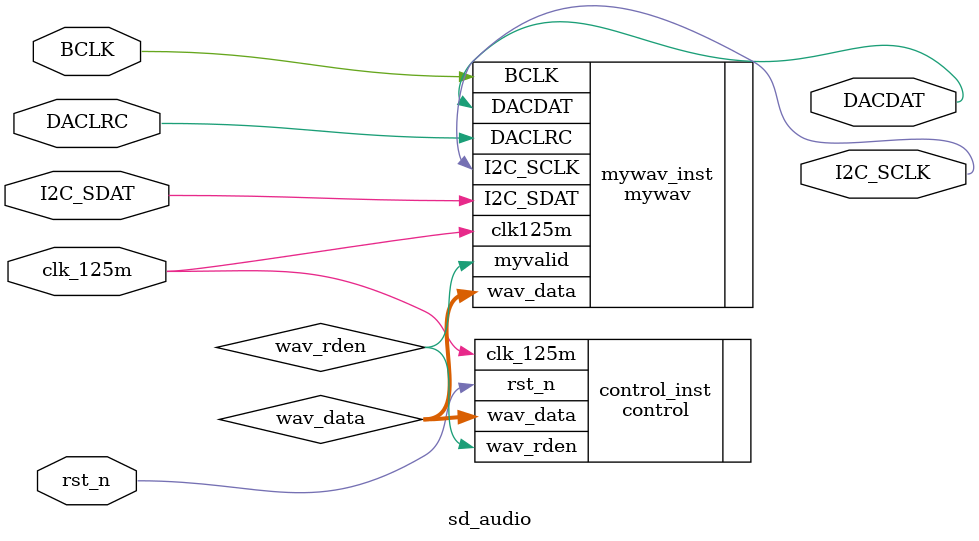
<source format=v>
`timescale 1ns / 1ps
module sd_audio(
					input  clk_125m,           //50Mhz clock input
					input rst_n,
					//output SD_clk,
					
					//input wav_rden,
					input DACLRC,
					input BCLK, //BCLK posedge -> new DACDAT, else constant DACDAT
					output DACDAT, // input for I2S DAC
					
					output I2C_SCLK, // to control I2C DAC
					inout I2C_SDAT // serial data
				   
					
    );

wire [15:0] wav_data;
wire wav_rden;

wire [31:0]read_sec; // nicht braucht?
//wire read_SD;

wire [7:0]mydata_o;
wire myvalid_o;

wire [7:0]rx_o;
wire init_o;
wire read_o;
//reg [15:0] myram[43:0];
reg [12:0] ram_raddr;

//initial $readmemh ("/home/user/Dokumente/ax7015/i2s_sinussignal_1/i2s_sinussignal_1.srcs/sources_1/imports/rtl/sin1kHz1ms.hex", myram);
//initial $readmemh ("sin1kHz1ms.hex", myram);
/*integer i;
initial begin
  for (i=0;i<=43;i=i+1)
    myram[i] = i+3;
end

always @(posedge clk_125m)
begin
	if(!rst_n) begin
		ram_raddr<=0;
	end
	else if(wav_rden) 
    	if (ram_raddr>43)
	      ram_raddr<=0;
	    else
	      ram_raddr<=ram_raddr+1;
end

//如果rden有效，16bit数据输出
always @(posedge clk_125m)
begin
	if(wav_rden)
	   wav_data<=myram[ram_raddr];	
	else 
	   wav_data<=wav_data;		
	
end		
*/
//����wm8731�Ĳ���
mywav	mywav_inst(
	.clk125m(clk_125m),
	
	.wav_data(wav_data),
	.myvalid(wav_rden),
	
	.DACLRC(DACLRC),
	.BCLK(BCLK),
	.DACDAT(DACDAT),
	
	.I2C_SCLK(I2C_SCLK),
	.I2C_SDAT(I2C_SDAT)
);

control control_inst(
     .clk_125m(clk_125m),
     .rst_n(rst_n),
     .wav_rden(wav_rden),
     .wav_data(wav_data)
    );

endmodule

</source>
